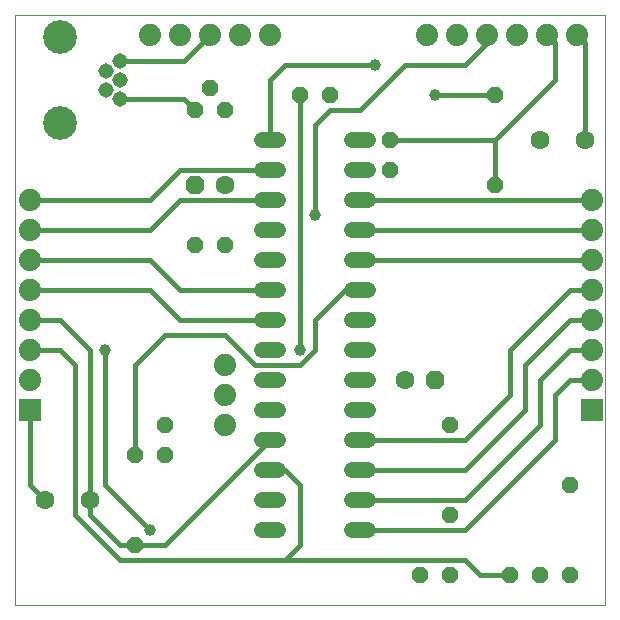
<source format=gtl>
G75*
%MOIN*%
%OFA0B0*%
%FSLAX25Y25*%
%IPPOS*%
%LPD*%
%AMOC8*
5,1,8,0,0,1.08239X$1,22.5*
%
%ADD10C,0.00000*%
%ADD11OC8,0.05200*%
%ADD12C,0.06300*%
%ADD13OC8,0.06300*%
%ADD14C,0.05150*%
%ADD15C,0.11220*%
%ADD16C,0.07400*%
%ADD17R,0.07400X0.07400*%
%ADD18C,0.05200*%
%ADD19C,0.01600*%
%ADD20C,0.03962*%
D10*
X0009867Y0011800D02*
X0009867Y0208650D01*
X0206717Y0208650D01*
X0206717Y0011800D01*
X0009867Y0011800D01*
X0033686Y0046800D02*
X0033688Y0046869D01*
X0033694Y0046937D01*
X0033704Y0047005D01*
X0033718Y0047072D01*
X0033736Y0047139D01*
X0033757Y0047204D01*
X0033783Y0047268D01*
X0033812Y0047330D01*
X0033844Y0047390D01*
X0033880Y0047449D01*
X0033920Y0047505D01*
X0033962Y0047559D01*
X0034008Y0047610D01*
X0034057Y0047659D01*
X0034108Y0047705D01*
X0034162Y0047747D01*
X0034218Y0047787D01*
X0034276Y0047823D01*
X0034337Y0047855D01*
X0034399Y0047884D01*
X0034463Y0047910D01*
X0034528Y0047931D01*
X0034595Y0047949D01*
X0034662Y0047963D01*
X0034730Y0047973D01*
X0034798Y0047979D01*
X0034867Y0047981D01*
X0034936Y0047979D01*
X0035004Y0047973D01*
X0035072Y0047963D01*
X0035139Y0047949D01*
X0035206Y0047931D01*
X0035271Y0047910D01*
X0035335Y0047884D01*
X0035397Y0047855D01*
X0035457Y0047823D01*
X0035516Y0047787D01*
X0035572Y0047747D01*
X0035626Y0047705D01*
X0035677Y0047659D01*
X0035726Y0047610D01*
X0035772Y0047559D01*
X0035814Y0047505D01*
X0035854Y0047449D01*
X0035890Y0047390D01*
X0035922Y0047330D01*
X0035951Y0047268D01*
X0035977Y0047204D01*
X0035998Y0047139D01*
X0036016Y0047072D01*
X0036030Y0047005D01*
X0036040Y0046937D01*
X0036046Y0046869D01*
X0036048Y0046800D01*
X0036046Y0046731D01*
X0036040Y0046663D01*
X0036030Y0046595D01*
X0036016Y0046528D01*
X0035998Y0046461D01*
X0035977Y0046396D01*
X0035951Y0046332D01*
X0035922Y0046270D01*
X0035890Y0046209D01*
X0035854Y0046151D01*
X0035814Y0046095D01*
X0035772Y0046041D01*
X0035726Y0045990D01*
X0035677Y0045941D01*
X0035626Y0045895D01*
X0035572Y0045853D01*
X0035516Y0045813D01*
X0035458Y0045777D01*
X0035397Y0045745D01*
X0035335Y0045716D01*
X0035271Y0045690D01*
X0035206Y0045669D01*
X0035139Y0045651D01*
X0035072Y0045637D01*
X0035004Y0045627D01*
X0034936Y0045621D01*
X0034867Y0045619D01*
X0034798Y0045621D01*
X0034730Y0045627D01*
X0034662Y0045637D01*
X0034595Y0045651D01*
X0034528Y0045669D01*
X0034463Y0045690D01*
X0034399Y0045716D01*
X0034337Y0045745D01*
X0034276Y0045777D01*
X0034218Y0045813D01*
X0034162Y0045853D01*
X0034108Y0045895D01*
X0034057Y0045941D01*
X0034008Y0045990D01*
X0033962Y0046041D01*
X0033920Y0046095D01*
X0033880Y0046151D01*
X0033844Y0046209D01*
X0033812Y0046270D01*
X0033783Y0046332D01*
X0033757Y0046396D01*
X0033736Y0046461D01*
X0033718Y0046528D01*
X0033704Y0046595D01*
X0033694Y0046663D01*
X0033688Y0046731D01*
X0033686Y0046800D01*
X0013686Y0076800D02*
X0013688Y0076869D01*
X0013694Y0076937D01*
X0013704Y0077005D01*
X0013718Y0077072D01*
X0013736Y0077139D01*
X0013757Y0077204D01*
X0013783Y0077268D01*
X0013812Y0077330D01*
X0013844Y0077390D01*
X0013880Y0077449D01*
X0013920Y0077505D01*
X0013962Y0077559D01*
X0014008Y0077610D01*
X0014057Y0077659D01*
X0014108Y0077705D01*
X0014162Y0077747D01*
X0014218Y0077787D01*
X0014276Y0077823D01*
X0014337Y0077855D01*
X0014399Y0077884D01*
X0014463Y0077910D01*
X0014528Y0077931D01*
X0014595Y0077949D01*
X0014662Y0077963D01*
X0014730Y0077973D01*
X0014798Y0077979D01*
X0014867Y0077981D01*
X0014936Y0077979D01*
X0015004Y0077973D01*
X0015072Y0077963D01*
X0015139Y0077949D01*
X0015206Y0077931D01*
X0015271Y0077910D01*
X0015335Y0077884D01*
X0015397Y0077855D01*
X0015457Y0077823D01*
X0015516Y0077787D01*
X0015572Y0077747D01*
X0015626Y0077705D01*
X0015677Y0077659D01*
X0015726Y0077610D01*
X0015772Y0077559D01*
X0015814Y0077505D01*
X0015854Y0077449D01*
X0015890Y0077390D01*
X0015922Y0077330D01*
X0015951Y0077268D01*
X0015977Y0077204D01*
X0015998Y0077139D01*
X0016016Y0077072D01*
X0016030Y0077005D01*
X0016040Y0076937D01*
X0016046Y0076869D01*
X0016048Y0076800D01*
X0016046Y0076731D01*
X0016040Y0076663D01*
X0016030Y0076595D01*
X0016016Y0076528D01*
X0015998Y0076461D01*
X0015977Y0076396D01*
X0015951Y0076332D01*
X0015922Y0076270D01*
X0015890Y0076209D01*
X0015854Y0076151D01*
X0015814Y0076095D01*
X0015772Y0076041D01*
X0015726Y0075990D01*
X0015677Y0075941D01*
X0015626Y0075895D01*
X0015572Y0075853D01*
X0015516Y0075813D01*
X0015458Y0075777D01*
X0015397Y0075745D01*
X0015335Y0075716D01*
X0015271Y0075690D01*
X0015206Y0075669D01*
X0015139Y0075651D01*
X0015072Y0075637D01*
X0015004Y0075627D01*
X0014936Y0075621D01*
X0014867Y0075619D01*
X0014798Y0075621D01*
X0014730Y0075627D01*
X0014662Y0075637D01*
X0014595Y0075651D01*
X0014528Y0075669D01*
X0014463Y0075690D01*
X0014399Y0075716D01*
X0014337Y0075745D01*
X0014276Y0075777D01*
X0014218Y0075813D01*
X0014162Y0075853D01*
X0014108Y0075895D01*
X0014057Y0075941D01*
X0014008Y0075990D01*
X0013962Y0076041D01*
X0013920Y0076095D01*
X0013880Y0076151D01*
X0013844Y0076209D01*
X0013812Y0076270D01*
X0013783Y0076332D01*
X0013757Y0076396D01*
X0013736Y0076461D01*
X0013718Y0076528D01*
X0013704Y0076595D01*
X0013694Y0076663D01*
X0013688Y0076731D01*
X0013686Y0076800D01*
X0078686Y0091800D02*
X0078688Y0091869D01*
X0078694Y0091937D01*
X0078704Y0092005D01*
X0078718Y0092072D01*
X0078736Y0092139D01*
X0078757Y0092204D01*
X0078783Y0092268D01*
X0078812Y0092330D01*
X0078844Y0092390D01*
X0078880Y0092449D01*
X0078920Y0092505D01*
X0078962Y0092559D01*
X0079008Y0092610D01*
X0079057Y0092659D01*
X0079108Y0092705D01*
X0079162Y0092747D01*
X0079218Y0092787D01*
X0079276Y0092823D01*
X0079337Y0092855D01*
X0079399Y0092884D01*
X0079463Y0092910D01*
X0079528Y0092931D01*
X0079595Y0092949D01*
X0079662Y0092963D01*
X0079730Y0092973D01*
X0079798Y0092979D01*
X0079867Y0092981D01*
X0079936Y0092979D01*
X0080004Y0092973D01*
X0080072Y0092963D01*
X0080139Y0092949D01*
X0080206Y0092931D01*
X0080271Y0092910D01*
X0080335Y0092884D01*
X0080397Y0092855D01*
X0080457Y0092823D01*
X0080516Y0092787D01*
X0080572Y0092747D01*
X0080626Y0092705D01*
X0080677Y0092659D01*
X0080726Y0092610D01*
X0080772Y0092559D01*
X0080814Y0092505D01*
X0080854Y0092449D01*
X0080890Y0092390D01*
X0080922Y0092330D01*
X0080951Y0092268D01*
X0080977Y0092204D01*
X0080998Y0092139D01*
X0081016Y0092072D01*
X0081030Y0092005D01*
X0081040Y0091937D01*
X0081046Y0091869D01*
X0081048Y0091800D01*
X0081046Y0091731D01*
X0081040Y0091663D01*
X0081030Y0091595D01*
X0081016Y0091528D01*
X0080998Y0091461D01*
X0080977Y0091396D01*
X0080951Y0091332D01*
X0080922Y0091270D01*
X0080890Y0091209D01*
X0080854Y0091151D01*
X0080814Y0091095D01*
X0080772Y0091041D01*
X0080726Y0090990D01*
X0080677Y0090941D01*
X0080626Y0090895D01*
X0080572Y0090853D01*
X0080516Y0090813D01*
X0080458Y0090777D01*
X0080397Y0090745D01*
X0080335Y0090716D01*
X0080271Y0090690D01*
X0080206Y0090669D01*
X0080139Y0090651D01*
X0080072Y0090637D01*
X0080004Y0090627D01*
X0079936Y0090621D01*
X0079867Y0090619D01*
X0079798Y0090621D01*
X0079730Y0090627D01*
X0079662Y0090637D01*
X0079595Y0090651D01*
X0079528Y0090669D01*
X0079463Y0090690D01*
X0079399Y0090716D01*
X0079337Y0090745D01*
X0079276Y0090777D01*
X0079218Y0090813D01*
X0079162Y0090853D01*
X0079108Y0090895D01*
X0079057Y0090941D01*
X0079008Y0090990D01*
X0078962Y0091041D01*
X0078920Y0091095D01*
X0078880Y0091151D01*
X0078844Y0091209D01*
X0078812Y0091270D01*
X0078783Y0091332D01*
X0078757Y0091396D01*
X0078736Y0091461D01*
X0078718Y0091528D01*
X0078704Y0091595D01*
X0078694Y0091663D01*
X0078688Y0091731D01*
X0078686Y0091800D01*
X0153686Y0041800D02*
X0153688Y0041869D01*
X0153694Y0041937D01*
X0153704Y0042005D01*
X0153718Y0042072D01*
X0153736Y0042139D01*
X0153757Y0042204D01*
X0153783Y0042268D01*
X0153812Y0042330D01*
X0153844Y0042390D01*
X0153880Y0042449D01*
X0153920Y0042505D01*
X0153962Y0042559D01*
X0154008Y0042610D01*
X0154057Y0042659D01*
X0154108Y0042705D01*
X0154162Y0042747D01*
X0154218Y0042787D01*
X0154276Y0042823D01*
X0154337Y0042855D01*
X0154399Y0042884D01*
X0154463Y0042910D01*
X0154528Y0042931D01*
X0154595Y0042949D01*
X0154662Y0042963D01*
X0154730Y0042973D01*
X0154798Y0042979D01*
X0154867Y0042981D01*
X0154936Y0042979D01*
X0155004Y0042973D01*
X0155072Y0042963D01*
X0155139Y0042949D01*
X0155206Y0042931D01*
X0155271Y0042910D01*
X0155335Y0042884D01*
X0155397Y0042855D01*
X0155457Y0042823D01*
X0155516Y0042787D01*
X0155572Y0042747D01*
X0155626Y0042705D01*
X0155677Y0042659D01*
X0155726Y0042610D01*
X0155772Y0042559D01*
X0155814Y0042505D01*
X0155854Y0042449D01*
X0155890Y0042390D01*
X0155922Y0042330D01*
X0155951Y0042268D01*
X0155977Y0042204D01*
X0155998Y0042139D01*
X0156016Y0042072D01*
X0156030Y0042005D01*
X0156040Y0041937D01*
X0156046Y0041869D01*
X0156048Y0041800D01*
X0156046Y0041731D01*
X0156040Y0041663D01*
X0156030Y0041595D01*
X0156016Y0041528D01*
X0155998Y0041461D01*
X0155977Y0041396D01*
X0155951Y0041332D01*
X0155922Y0041270D01*
X0155890Y0041209D01*
X0155854Y0041151D01*
X0155814Y0041095D01*
X0155772Y0041041D01*
X0155726Y0040990D01*
X0155677Y0040941D01*
X0155626Y0040895D01*
X0155572Y0040853D01*
X0155516Y0040813D01*
X0155458Y0040777D01*
X0155397Y0040745D01*
X0155335Y0040716D01*
X0155271Y0040690D01*
X0155206Y0040669D01*
X0155139Y0040651D01*
X0155072Y0040637D01*
X0155004Y0040627D01*
X0154936Y0040621D01*
X0154867Y0040619D01*
X0154798Y0040621D01*
X0154730Y0040627D01*
X0154662Y0040637D01*
X0154595Y0040651D01*
X0154528Y0040669D01*
X0154463Y0040690D01*
X0154399Y0040716D01*
X0154337Y0040745D01*
X0154276Y0040777D01*
X0154218Y0040813D01*
X0154162Y0040853D01*
X0154108Y0040895D01*
X0154057Y0040941D01*
X0154008Y0040990D01*
X0153962Y0041041D01*
X0153920Y0041095D01*
X0153880Y0041151D01*
X0153844Y0041209D01*
X0153812Y0041270D01*
X0153783Y0041332D01*
X0153757Y0041396D01*
X0153736Y0041461D01*
X0153718Y0041528D01*
X0153704Y0041595D01*
X0153694Y0041663D01*
X0153688Y0041731D01*
X0153686Y0041800D01*
X0198686Y0166800D02*
X0198688Y0166869D01*
X0198694Y0166937D01*
X0198704Y0167005D01*
X0198718Y0167072D01*
X0198736Y0167139D01*
X0198757Y0167204D01*
X0198783Y0167268D01*
X0198812Y0167330D01*
X0198844Y0167390D01*
X0198880Y0167449D01*
X0198920Y0167505D01*
X0198962Y0167559D01*
X0199008Y0167610D01*
X0199057Y0167659D01*
X0199108Y0167705D01*
X0199162Y0167747D01*
X0199218Y0167787D01*
X0199276Y0167823D01*
X0199337Y0167855D01*
X0199399Y0167884D01*
X0199463Y0167910D01*
X0199528Y0167931D01*
X0199595Y0167949D01*
X0199662Y0167963D01*
X0199730Y0167973D01*
X0199798Y0167979D01*
X0199867Y0167981D01*
X0199936Y0167979D01*
X0200004Y0167973D01*
X0200072Y0167963D01*
X0200139Y0167949D01*
X0200206Y0167931D01*
X0200271Y0167910D01*
X0200335Y0167884D01*
X0200397Y0167855D01*
X0200457Y0167823D01*
X0200516Y0167787D01*
X0200572Y0167747D01*
X0200626Y0167705D01*
X0200677Y0167659D01*
X0200726Y0167610D01*
X0200772Y0167559D01*
X0200814Y0167505D01*
X0200854Y0167449D01*
X0200890Y0167390D01*
X0200922Y0167330D01*
X0200951Y0167268D01*
X0200977Y0167204D01*
X0200998Y0167139D01*
X0201016Y0167072D01*
X0201030Y0167005D01*
X0201040Y0166937D01*
X0201046Y0166869D01*
X0201048Y0166800D01*
X0201046Y0166731D01*
X0201040Y0166663D01*
X0201030Y0166595D01*
X0201016Y0166528D01*
X0200998Y0166461D01*
X0200977Y0166396D01*
X0200951Y0166332D01*
X0200922Y0166270D01*
X0200890Y0166209D01*
X0200854Y0166151D01*
X0200814Y0166095D01*
X0200772Y0166041D01*
X0200726Y0165990D01*
X0200677Y0165941D01*
X0200626Y0165895D01*
X0200572Y0165853D01*
X0200516Y0165813D01*
X0200458Y0165777D01*
X0200397Y0165745D01*
X0200335Y0165716D01*
X0200271Y0165690D01*
X0200206Y0165669D01*
X0200139Y0165651D01*
X0200072Y0165637D01*
X0200004Y0165627D01*
X0199936Y0165621D01*
X0199867Y0165619D01*
X0199798Y0165621D01*
X0199730Y0165627D01*
X0199662Y0165637D01*
X0199595Y0165651D01*
X0199528Y0165669D01*
X0199463Y0165690D01*
X0199399Y0165716D01*
X0199337Y0165745D01*
X0199276Y0165777D01*
X0199218Y0165813D01*
X0199162Y0165853D01*
X0199108Y0165895D01*
X0199057Y0165941D01*
X0199008Y0165990D01*
X0198962Y0166041D01*
X0198920Y0166095D01*
X0198880Y0166151D01*
X0198844Y0166209D01*
X0198812Y0166270D01*
X0198783Y0166332D01*
X0198757Y0166396D01*
X0198736Y0166461D01*
X0198718Y0166528D01*
X0198704Y0166595D01*
X0198694Y0166663D01*
X0198688Y0166731D01*
X0198686Y0166800D01*
X0093686Y0201800D02*
X0093688Y0201869D01*
X0093694Y0201937D01*
X0093704Y0202005D01*
X0093718Y0202072D01*
X0093736Y0202139D01*
X0093757Y0202204D01*
X0093783Y0202268D01*
X0093812Y0202330D01*
X0093844Y0202390D01*
X0093880Y0202449D01*
X0093920Y0202505D01*
X0093962Y0202559D01*
X0094008Y0202610D01*
X0094057Y0202659D01*
X0094108Y0202705D01*
X0094162Y0202747D01*
X0094218Y0202787D01*
X0094276Y0202823D01*
X0094337Y0202855D01*
X0094399Y0202884D01*
X0094463Y0202910D01*
X0094528Y0202931D01*
X0094595Y0202949D01*
X0094662Y0202963D01*
X0094730Y0202973D01*
X0094798Y0202979D01*
X0094867Y0202981D01*
X0094936Y0202979D01*
X0095004Y0202973D01*
X0095072Y0202963D01*
X0095139Y0202949D01*
X0095206Y0202931D01*
X0095271Y0202910D01*
X0095335Y0202884D01*
X0095397Y0202855D01*
X0095457Y0202823D01*
X0095516Y0202787D01*
X0095572Y0202747D01*
X0095626Y0202705D01*
X0095677Y0202659D01*
X0095726Y0202610D01*
X0095772Y0202559D01*
X0095814Y0202505D01*
X0095854Y0202449D01*
X0095890Y0202390D01*
X0095922Y0202330D01*
X0095951Y0202268D01*
X0095977Y0202204D01*
X0095998Y0202139D01*
X0096016Y0202072D01*
X0096030Y0202005D01*
X0096040Y0201937D01*
X0096046Y0201869D01*
X0096048Y0201800D01*
X0096046Y0201731D01*
X0096040Y0201663D01*
X0096030Y0201595D01*
X0096016Y0201528D01*
X0095998Y0201461D01*
X0095977Y0201396D01*
X0095951Y0201332D01*
X0095922Y0201270D01*
X0095890Y0201209D01*
X0095854Y0201151D01*
X0095814Y0201095D01*
X0095772Y0201041D01*
X0095726Y0200990D01*
X0095677Y0200941D01*
X0095626Y0200895D01*
X0095572Y0200853D01*
X0095516Y0200813D01*
X0095458Y0200777D01*
X0095397Y0200745D01*
X0095335Y0200716D01*
X0095271Y0200690D01*
X0095206Y0200669D01*
X0095139Y0200651D01*
X0095072Y0200637D01*
X0095004Y0200627D01*
X0094936Y0200621D01*
X0094867Y0200619D01*
X0094798Y0200621D01*
X0094730Y0200627D01*
X0094662Y0200637D01*
X0094595Y0200651D01*
X0094528Y0200669D01*
X0094463Y0200690D01*
X0094399Y0200716D01*
X0094337Y0200745D01*
X0094276Y0200777D01*
X0094218Y0200813D01*
X0094162Y0200853D01*
X0094108Y0200895D01*
X0094057Y0200941D01*
X0094008Y0200990D01*
X0093962Y0201041D01*
X0093920Y0201095D01*
X0093880Y0201151D01*
X0093844Y0201209D01*
X0093812Y0201270D01*
X0093783Y0201332D01*
X0093757Y0201396D01*
X0093736Y0201461D01*
X0093718Y0201528D01*
X0093704Y0201595D01*
X0093694Y0201663D01*
X0093688Y0201731D01*
X0093686Y0201800D01*
D11*
X0074867Y0184300D03*
X0079867Y0176800D03*
X0069867Y0176800D03*
X0104867Y0181800D03*
X0114867Y0181800D03*
X0134867Y0166800D03*
X0134867Y0156800D03*
X0169867Y0151800D03*
X0169867Y0181800D03*
X0079867Y0131800D03*
X0069867Y0131800D03*
X0059867Y0071800D03*
X0059867Y0061800D03*
X0049867Y0061800D03*
X0049867Y0031800D03*
X0144867Y0021800D03*
X0154867Y0021800D03*
X0174867Y0021800D03*
X0184867Y0021800D03*
X0194867Y0021800D03*
X0194867Y0051800D03*
X0154867Y0041800D03*
X0154867Y0071800D03*
D12*
X0139867Y0086800D03*
X0079867Y0151800D03*
X0184867Y0166800D03*
X0199867Y0166800D03*
X0034867Y0046800D03*
X0019867Y0046800D03*
D13*
X0069867Y0151800D03*
X0149867Y0086800D03*
D14*
X0044945Y0180501D03*
X0040221Y0183650D03*
X0044945Y0186800D03*
X0040221Y0189950D03*
X0044945Y0193099D03*
D15*
X0024867Y0201170D03*
X0024867Y0172430D03*
D16*
X0014867Y0146800D03*
X0014867Y0136800D03*
X0014867Y0126800D03*
X0014867Y0116800D03*
X0014867Y0106800D03*
X0014867Y0096800D03*
X0014867Y0086800D03*
X0079867Y0081800D03*
X0079867Y0071800D03*
X0079867Y0091800D03*
X0084867Y0201800D03*
X0094867Y0201800D03*
X0074867Y0201800D03*
X0064867Y0201800D03*
X0054867Y0201800D03*
X0147367Y0201800D03*
X0157367Y0201800D03*
X0167367Y0201800D03*
X0177367Y0201800D03*
X0187367Y0201800D03*
X0197367Y0201800D03*
X0202367Y0146800D03*
X0202367Y0136800D03*
X0202367Y0126800D03*
X0202367Y0116800D03*
X0202367Y0106800D03*
X0202367Y0096800D03*
X0202367Y0086800D03*
D17*
X0202367Y0076800D03*
X0014867Y0076800D03*
D18*
X0092267Y0076800D02*
X0097467Y0076800D01*
X0097467Y0086800D02*
X0092267Y0086800D01*
X0092267Y0096800D02*
X0097467Y0096800D01*
X0097467Y0106800D02*
X0092267Y0106800D01*
X0092267Y0116800D02*
X0097467Y0116800D01*
X0097467Y0126800D02*
X0092267Y0126800D01*
X0092267Y0136800D02*
X0097467Y0136800D01*
X0097467Y0146800D02*
X0092267Y0146800D01*
X0092267Y0156800D02*
X0097467Y0156800D01*
X0097467Y0166800D02*
X0092267Y0166800D01*
X0122267Y0166800D02*
X0127467Y0166800D01*
X0127467Y0156800D02*
X0122267Y0156800D01*
X0122267Y0146800D02*
X0127467Y0146800D01*
X0127467Y0136800D02*
X0122267Y0136800D01*
X0122267Y0126800D02*
X0127467Y0126800D01*
X0127467Y0116800D02*
X0122267Y0116800D01*
X0122267Y0106800D02*
X0127467Y0106800D01*
X0127467Y0096800D02*
X0122267Y0096800D01*
X0122267Y0086800D02*
X0127467Y0086800D01*
X0127467Y0076800D02*
X0122267Y0076800D01*
X0122267Y0066800D02*
X0127467Y0066800D01*
X0127467Y0056800D02*
X0122267Y0056800D01*
X0122267Y0046800D02*
X0127467Y0046800D01*
X0127467Y0036800D02*
X0122267Y0036800D01*
X0097467Y0036800D02*
X0092267Y0036800D01*
X0092267Y0046800D02*
X0097467Y0046800D01*
X0097467Y0056800D02*
X0092267Y0056800D01*
X0092267Y0066800D02*
X0097467Y0066800D01*
D19*
X0094867Y0066800D02*
X0059867Y0031800D01*
X0044867Y0031800D01*
X0034867Y0041800D01*
X0034867Y0046800D01*
X0034867Y0096800D01*
X0024867Y0106800D01*
X0014867Y0106800D01*
X0014867Y0096800D02*
X0024867Y0096800D01*
X0029867Y0091800D01*
X0029867Y0041800D01*
X0044867Y0026800D01*
X0099867Y0026800D01*
X0104867Y0031800D01*
X0104867Y0051800D01*
X0099867Y0056800D01*
X0094867Y0056800D01*
X0124867Y0056800D02*
X0159867Y0056800D01*
X0179867Y0076800D01*
X0179867Y0091800D01*
X0194867Y0106800D01*
X0202367Y0106800D01*
X0202367Y0096800D02*
X0194867Y0096800D01*
X0184867Y0086800D01*
X0184867Y0071800D01*
X0159867Y0046800D01*
X0124867Y0046800D01*
X0124867Y0036800D02*
X0159867Y0036800D01*
X0189867Y0066800D01*
X0189867Y0081800D01*
X0194867Y0086800D01*
X0202367Y0086800D01*
X0174867Y0081800D02*
X0174867Y0096800D01*
X0194867Y0116800D01*
X0202367Y0116800D01*
X0202367Y0126800D02*
X0124867Y0126800D01*
X0124867Y0116800D02*
X0119867Y0116800D01*
X0109867Y0106800D01*
X0109867Y0096800D01*
X0104867Y0091800D01*
X0089867Y0091800D01*
X0079867Y0101800D01*
X0059867Y0101800D01*
X0049867Y0091800D01*
X0049867Y0061800D01*
X0039867Y0051800D02*
X0054867Y0036800D01*
X0039867Y0051800D02*
X0039867Y0096800D01*
X0054867Y0116800D02*
X0064867Y0106800D01*
X0094867Y0106800D01*
X0094867Y0116800D02*
X0064867Y0116800D01*
X0054867Y0126800D01*
X0014867Y0126800D01*
X0014867Y0116800D02*
X0054867Y0116800D01*
X0054867Y0136800D02*
X0014867Y0136800D01*
X0014867Y0146800D02*
X0054867Y0146800D01*
X0064867Y0156800D01*
X0094867Y0156800D01*
X0094867Y0166800D02*
X0094867Y0186800D01*
X0099867Y0191800D01*
X0129867Y0191800D01*
X0139867Y0191800D02*
X0159867Y0191800D01*
X0167367Y0199300D01*
X0167367Y0201800D01*
X0187367Y0201800D02*
X0189867Y0199300D01*
X0189867Y0186800D01*
X0169867Y0166800D01*
X0169867Y0151800D01*
X0169867Y0156800D01*
X0169867Y0166800D02*
X0134867Y0166800D01*
X0124867Y0176800D02*
X0139867Y0191800D01*
X0149867Y0181800D02*
X0169867Y0181800D01*
X0197367Y0201800D02*
X0199867Y0199300D01*
X0199867Y0166800D01*
X0202367Y0146800D02*
X0124867Y0146800D01*
X0124867Y0136800D02*
X0202367Y0136800D01*
X0174867Y0081800D02*
X0159867Y0066800D01*
X0124867Y0066800D01*
X0104867Y0096800D02*
X0104867Y0181800D01*
X0114867Y0176800D02*
X0124867Y0176800D01*
X0114867Y0176800D02*
X0109867Y0171800D01*
X0109867Y0141800D01*
X0094867Y0146800D02*
X0064867Y0146800D01*
X0054867Y0136800D01*
X0069867Y0176800D02*
X0066166Y0180501D01*
X0044945Y0180501D01*
X0044945Y0193099D02*
X0066166Y0193099D01*
X0074867Y0201800D01*
X0014867Y0076800D02*
X0014867Y0051800D01*
X0019867Y0046800D01*
X0099867Y0026800D02*
X0159867Y0026800D01*
X0164867Y0021800D01*
X0174867Y0021800D01*
D20*
X0104867Y0096800D03*
X0109867Y0141800D03*
X0149867Y0181800D03*
X0129867Y0191800D03*
X0129867Y0191800D03*
X0039867Y0096800D03*
X0049867Y0061800D03*
X0054867Y0036800D03*
M02*

</source>
